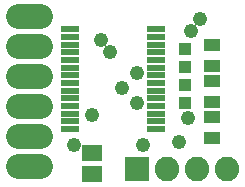
<source format=gts>
G75*
G70*
%OFA0B0*%
%FSLAX24Y24*%
%IPPOS*%
%LPD*%
%AMOC8*
5,1,8,0,0,1.08239X$1,22.5*
%
%ADD10R,0.0630X0.0217*%
%ADD11R,0.0552X0.0395*%
%ADD12R,0.0395X0.0395*%
%ADD13C,0.0820*%
%ADD14R,0.0330X0.0580*%
%ADD15R,0.0820X0.0820*%
%ADD16C,0.0820*%
%ADD17C,0.0480*%
D10*
X004161Y002037D03*
X004161Y002293D03*
X004161Y002548D03*
X004161Y002804D03*
X004161Y003060D03*
X004161Y003316D03*
X004161Y003572D03*
X004161Y003828D03*
X004161Y004084D03*
X004161Y004340D03*
X004161Y004596D03*
X004161Y004852D03*
X004161Y005107D03*
X004161Y005363D03*
X007039Y005363D03*
X007039Y005107D03*
X007039Y004852D03*
X007039Y004596D03*
X007039Y004340D03*
X007039Y004084D03*
X007039Y003828D03*
X007039Y003572D03*
X007039Y003316D03*
X007039Y003060D03*
X007039Y002804D03*
X007039Y002548D03*
X007039Y002293D03*
X007039Y002037D03*
D11*
X008900Y001746D03*
X008900Y002454D03*
X008900Y002946D03*
X008900Y003654D03*
X008900Y004146D03*
X008900Y004854D03*
D12*
X008000Y004695D03*
X008000Y004105D03*
X008000Y003495D03*
X008000Y002905D03*
D13*
X003170Y000800D02*
X002430Y000800D01*
X002430Y001800D02*
X003170Y001800D01*
X003170Y002800D02*
X002430Y002800D01*
X002430Y003800D02*
X003170Y003800D01*
X003170Y004800D02*
X002430Y004800D01*
X002430Y005800D02*
X003170Y005800D01*
D14*
X004733Y001254D03*
X005067Y001254D03*
X005067Y000546D03*
X004733Y000546D03*
D15*
X006400Y000700D03*
D16*
X007400Y000700D03*
X008400Y000700D03*
X009400Y000700D03*
D17*
X007800Y001600D03*
X008100Y002400D03*
X006600Y001500D03*
X004900Y002500D03*
X005900Y003400D03*
X006400Y003900D03*
X005500Y004600D03*
X005200Y005000D03*
X008200Y005300D03*
X008500Y005700D03*
X006400Y002900D03*
X004300Y001500D03*
M02*

</source>
